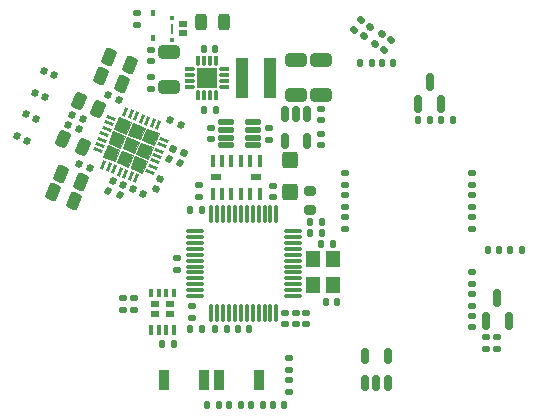
<source format=gtp>
G04 #@! TF.GenerationSoftware,KiCad,Pcbnew,(6.0.0)*
G04 #@! TF.CreationDate,2022-03-04T12:47:46+01:00*
G04 #@! TF.ProjectId,MiniAB-CAN-Board,4d696e69-4142-42d4-9341-4e2d426f6172,1*
G04 #@! TF.SameCoordinates,Original*
G04 #@! TF.FileFunction,Paste,Top*
G04 #@! TF.FilePolarity,Positive*
%FSLAX46Y46*%
G04 Gerber Fmt 4.6, Leading zero omitted, Abs format (unit mm)*
G04 Created by KiCad (PCBNEW (6.0.0)) date 2022-03-04 12:47:46*
%MOMM*%
%LPD*%
G01*
G04 APERTURE LIST*
G04 Aperture macros list*
%AMRoundRect*
0 Rectangle with rounded corners*
0 $1 Rounding radius*
0 $2 $3 $4 $5 $6 $7 $8 $9 X,Y pos of 4 corners*
0 Add a 4 corners polygon primitive as box body*
4,1,4,$2,$3,$4,$5,$6,$7,$8,$9,$2,$3,0*
0 Add four circle primitives for the rounded corners*
1,1,$1+$1,$2,$3*
1,1,$1+$1,$4,$5*
1,1,$1+$1,$6,$7*
1,1,$1+$1,$8,$9*
0 Add four rect primitives between the rounded corners*
20,1,$1+$1,$2,$3,$4,$5,0*
20,1,$1+$1,$4,$5,$6,$7,0*
20,1,$1+$1,$6,$7,$8,$9,0*
20,1,$1+$1,$8,$9,$2,$3,0*%
%AMRotRect*
0 Rectangle, with rotation*
0 The origin of the aperture is its center*
0 $1 length*
0 $2 width*
0 $3 Rotation angle, in degrees counterclockwise*
0 Add horizontal line*
21,1,$1,$2,0,0,$3*%
%AMFreePoly0*
4,1,44,0.261769,0.149538,0.273465,0.148153,0.285017,0.145855,0.296353,0.142658,0.307403,0.138582,0.318099,0.133651,0.328375,0.127896,0.338168,0.121353,0.347417,0.114061,0.356066,0.106066,0.364061,0.097417,0.371353,0.088168,0.377896,0.078375,0.383651,0.068099,0.388582,0.057403,0.392658,0.046353,0.395855,0.035017,0.398153,0.023465,0.399538,0.011769,0.400000,0.000000,
0.399538,-0.011769,0.398153,-0.023465,0.395855,-0.035017,0.392658,-0.046353,0.388582,-0.057403,0.383651,-0.068099,0.377896,-0.078375,0.371353,-0.088168,0.364061,-0.097417,0.356066,-0.106066,0.347417,-0.114061,0.338168,-0.121353,0.328375,-0.127896,0.318099,-0.133651,0.307403,-0.138582,0.296353,-0.142658,0.285017,-0.145855,0.273465,-0.148153,0.261769,-0.149538,0.250000,-0.150000,
-0.400000,-0.150000,-0.400000,0.150000,0.250000,0.150000,0.261769,0.149538,0.261769,0.149538,$1*%
%AMFreePoly1*
4,1,44,0.011769,0.399538,0.023465,0.398153,0.035017,0.395855,0.046353,0.392658,0.057403,0.388582,0.068099,0.383651,0.078375,0.377896,0.088168,0.371353,0.097417,0.364061,0.106066,0.356066,0.114061,0.347417,0.121353,0.338168,0.127896,0.328375,0.133651,0.318099,0.138582,0.307403,0.142658,0.296353,0.145855,0.285017,0.148153,0.273465,0.149538,0.261769,0.150000,0.250000,
0.150000,-0.400000,-0.150000,-0.400000,-0.150000,0.250000,-0.149538,0.261769,-0.148153,0.273465,-0.145855,0.285017,-0.142658,0.296353,-0.138582,0.307403,-0.133651,0.318099,-0.127896,0.328375,-0.121353,0.338168,-0.114061,0.347417,-0.106066,0.356066,-0.097417,0.364061,-0.088168,0.371353,-0.078375,0.377896,-0.068099,0.383651,-0.057403,0.388582,-0.046353,0.392658,-0.035017,0.395855,
-0.023465,0.398153,-0.011769,0.399538,0.000000,0.400000,0.011769,0.399538,0.011769,0.399538,$1*%
%AMFreePoly2*
4,1,44,0.400000,-0.150000,-0.250000,-0.150000,-0.261769,-0.149538,-0.273465,-0.148153,-0.285017,-0.145855,-0.296353,-0.142658,-0.307403,-0.138582,-0.318099,-0.133651,-0.328375,-0.127896,-0.338168,-0.121353,-0.347417,-0.114061,-0.356066,-0.106066,-0.364061,-0.097417,-0.371353,-0.088168,-0.377896,-0.078375,-0.383651,-0.068099,-0.388582,-0.057403,-0.392658,-0.046353,-0.395855,-0.035017,-0.398153,-0.023465,
-0.399538,-0.011769,-0.400000,0.000000,-0.399538,0.011769,-0.398153,0.023465,-0.395855,0.035017,-0.392658,0.046353,-0.388582,0.057403,-0.383651,0.068099,-0.377896,0.078375,-0.371353,0.088168,-0.364061,0.097417,-0.356066,0.106066,-0.347417,0.114061,-0.338168,0.121353,-0.328375,0.127896,-0.318099,0.133651,-0.307403,0.138582,-0.296353,0.142658,-0.285017,0.145855,-0.273465,0.148153,
-0.261769,0.149538,-0.250000,0.150000,0.400000,0.150000,0.400000,-0.150000,0.400000,-0.150000,$1*%
%AMFreePoly3*
4,1,44,0.150000,-0.250000,0.149538,-0.261769,0.148153,-0.273465,0.145855,-0.285017,0.142658,-0.296353,0.138582,-0.307403,0.133651,-0.318099,0.127896,-0.328375,0.121353,-0.338168,0.114061,-0.347417,0.106066,-0.356066,0.097417,-0.364061,0.088168,-0.371353,0.078375,-0.377896,0.068099,-0.383651,0.057403,-0.388582,0.046353,-0.392658,0.035017,-0.395855,0.023465,-0.398153,0.011769,-0.399538,
0.000000,-0.400000,-0.011769,-0.399538,-0.023465,-0.398153,-0.035017,-0.395855,-0.046353,-0.392658,-0.057403,-0.388582,-0.068099,-0.383651,-0.078375,-0.377896,-0.088168,-0.371353,-0.097417,-0.364061,-0.106066,-0.356066,-0.114061,-0.347417,-0.121353,-0.338168,-0.127896,-0.328375,-0.133651,-0.318099,-0.138582,-0.307403,-0.142658,-0.296353,-0.145855,-0.285017,-0.148153,-0.273465,-0.149538,-0.261769,
-0.150000,-0.250000,-0.150000,0.400000,0.150000,0.400000,0.150000,-0.250000,0.150000,-0.250000,$1*%
G04 Aperture macros list end*
%ADD10C,0.100000*%
%ADD11R,1.200000X1.400000*%
%ADD12RoundRect,0.140000X0.194399X0.103484X-0.064287X0.210635X-0.194399X-0.103484X0.064287X-0.210635X0*%
%ADD13RoundRect,0.250000X0.412745X0.343172X-0.049195X0.534514X-0.412745X-0.343172X0.049195X-0.534514X0*%
%ADD14RoundRect,0.135000X0.185000X-0.135000X0.185000X0.135000X-0.185000X0.135000X-0.185000X-0.135000X0*%
%ADD15RoundRect,0.140000X0.170000X-0.140000X0.170000X0.140000X-0.170000X0.140000X-0.170000X-0.140000X0*%
%ADD16RoundRect,0.135000X-0.185000X0.135000X-0.185000X-0.135000X0.185000X-0.135000X0.185000X0.135000X0*%
%ADD17RoundRect,0.135000X-0.135000X-0.185000X0.135000X-0.185000X0.135000X0.185000X-0.135000X0.185000X0*%
%ADD18RoundRect,0.135000X0.135000X0.185000X-0.135000X0.185000X-0.135000X-0.185000X0.135000X-0.185000X0*%
%ADD19RoundRect,0.150000X-0.150000X0.512500X-0.150000X-0.512500X0.150000X-0.512500X0.150000X0.512500X0*%
%ADD20RoundRect,0.135000X0.077881X-0.215371X0.228863X0.008469X-0.077881X0.215371X-0.228863X-0.008469X0*%
%ADD21RoundRect,0.140000X-0.170000X0.140000X-0.170000X-0.140000X0.170000X-0.140000X0.170000X0.140000X0*%
%ADD22RoundRect,0.135000X0.195520X0.119255X-0.053927X0.222580X-0.195520X-0.119255X0.053927X-0.222580X0*%
%ADD23FreePoly0,270.000000*%
%ADD24FreePoly1,270.000000*%
%ADD25FreePoly2,270.000000*%
%ADD26FreePoly3,270.000000*%
%ADD27R,1.700000X1.700000*%
%ADD28RoundRect,0.140000X0.140000X0.170000X-0.140000X0.170000X-0.140000X-0.170000X0.140000X-0.170000X0*%
%ADD29RoundRect,0.250000X0.425000X-0.450000X0.425000X0.450000X-0.425000X0.450000X-0.425000X-0.450000X0*%
%ADD30RoundRect,0.147500X-0.147500X-0.172500X0.147500X-0.172500X0.147500X0.172500X-0.147500X0.172500X0*%
%ADD31RoundRect,0.140000X-0.140000X-0.170000X0.140000X-0.170000X0.140000X0.170000X-0.140000X0.170000X0*%
%ADD32RoundRect,0.147500X0.060528X-0.218744X0.225490X0.025822X-0.060528X0.218744X-0.225490X-0.025822X0*%
%ADD33RoundRect,0.150000X0.150000X-0.512500X0.150000X0.512500X-0.150000X0.512500X-0.150000X-0.512500X0*%
%ADD34R,0.800000X0.600000*%
%ADD35R,0.300000X0.350000*%
%ADD36R,0.235000X0.870000*%
%ADD37RoundRect,0.075000X0.662500X0.075000X-0.662500X0.075000X-0.662500X-0.075000X0.662500X-0.075000X0*%
%ADD38RoundRect,0.075000X0.075000X0.662500X-0.075000X0.662500X-0.075000X-0.662500X0.075000X-0.662500X0*%
%ADD39RoundRect,0.147500X-0.202285X-0.102923X0.070259X-0.215815X0.202285X0.102923X-0.070259X0.215815X0*%
%ADD40R,0.900000X1.700000*%
%ADD41RoundRect,0.250000X-0.414726X-0.315291X0.070311X-0.516200X0.414726X0.315291X-0.070311X0.516200X0*%
%ADD42RotRect,0.254000X0.762000X157.500000*%
%ADD43RotRect,0.254000X0.762000X67.500000*%
%ADD44RoundRect,0.250000X0.650000X-0.325000X0.650000X0.325000X-0.650000X0.325000X-0.650000X-0.325000X0*%
%ADD45RoundRect,0.140000X-0.194399X-0.103484X0.064287X-0.210635X0.194399X0.103484X-0.064287X0.210635X0*%
%ADD46RoundRect,0.200000X0.275000X-0.200000X0.275000X0.200000X-0.275000X0.200000X-0.275000X-0.200000X0*%
%ADD47RoundRect,0.250000X-0.650000X0.325000X-0.650000X-0.325000X0.650000X-0.325000X0.650000X0.325000X0*%
%ADD48R,0.635000X0.510000*%
%ADD49R,0.300000X0.830000*%
%ADD50R,0.300000X0.750000*%
%ADD51RoundRect,0.140000X0.103484X-0.194399X0.210635X0.064287X-0.103484X0.194399X-0.210635X-0.064287X0*%
%ADD52R,0.980000X3.400000*%
%ADD53R,0.450000X0.600000*%
%ADD54RoundRect,0.147500X0.147500X0.172500X-0.147500X0.172500X-0.147500X-0.172500X0.147500X-0.172500X0*%
%ADD55RoundRect,0.147500X0.172500X-0.147500X0.172500X0.147500X-0.172500X0.147500X-0.172500X-0.147500X0*%
%ADD56R,0.449200X1.117800*%
%ADD57R,0.813000X0.500000*%
%ADD58RoundRect,0.243750X-0.243750X-0.456250X0.243750X-0.456250X0.243750X0.456250X-0.243750X0.456250X0*%
%ADD59RoundRect,0.147500X-0.060528X0.218744X-0.225490X-0.025822X0.060528X-0.218744X0.225490X0.025822X0*%
%ADD60RoundRect,0.150000X0.150000X-0.587500X0.150000X0.587500X-0.150000X0.587500X-0.150000X-0.587500X0*%
%ADD61RoundRect,0.125000X-0.537500X-0.125000X0.537500X-0.125000X0.537500X0.125000X-0.537500X0.125000X0*%
G04 APERTURE END LIST*
D10*
G04 #@! TO.C,U5*
X96267558Y-78987062D02*
X97256109Y-79396533D01*
X97256109Y-79396533D02*
X97665580Y-78407982D01*
X97665580Y-78407982D02*
X96677029Y-77998511D01*
X96677029Y-77998511D02*
X96267558Y-78987062D01*
G36*
X97665580Y-78407982D02*
G01*
X97256109Y-79396533D01*
X96267558Y-78987062D01*
X96677029Y-77998511D01*
X97665580Y-78407982D01*
G37*
X97665580Y-78407982D02*
X97256109Y-79396533D01*
X96267558Y-78987062D01*
X96677029Y-77998511D01*
X97665580Y-78407982D01*
X97926893Y-78299743D02*
X98915444Y-78709214D01*
X98915444Y-78709214D02*
X99324915Y-77720663D01*
X99324915Y-77720663D02*
X98336364Y-77311192D01*
X98336364Y-77311192D02*
X97926893Y-78299743D01*
G36*
X99324915Y-77720663D02*
G01*
X98915444Y-78709214D01*
X97926893Y-78299743D01*
X98336364Y-77311192D01*
X99324915Y-77720663D01*
G37*
X99324915Y-77720663D02*
X98915444Y-78709214D01*
X97926893Y-78299743D01*
X98336364Y-77311192D01*
X99324915Y-77720663D01*
X99100220Y-78785751D02*
X100088771Y-79195222D01*
X100088771Y-79195222D02*
X100498242Y-78206671D01*
X100498242Y-78206671D02*
X99509691Y-77797200D01*
X99509691Y-77797200D02*
X99100220Y-78785751D01*
G36*
X100498242Y-78206671D02*
G01*
X100088771Y-79195222D01*
X99100220Y-78785751D01*
X99509691Y-77797200D01*
X100498242Y-78206671D01*
G37*
X100498242Y-78206671D02*
X100088771Y-79195222D01*
X99100220Y-78785751D01*
X99509691Y-77797200D01*
X100498242Y-78206671D01*
X99586228Y-77612424D02*
X100574779Y-78021895D01*
X100574779Y-78021895D02*
X100984250Y-77033344D01*
X100984250Y-77033344D02*
X99995699Y-76623873D01*
X99995699Y-76623873D02*
X99586228Y-77612424D01*
G36*
X100984250Y-77033344D02*
G01*
X100574779Y-78021895D01*
X99586228Y-77612424D01*
X99995699Y-76623873D01*
X100984250Y-77033344D01*
G37*
X100984250Y-77033344D02*
X100574779Y-78021895D01*
X99586228Y-77612424D01*
X99995699Y-76623873D01*
X100984250Y-77033344D01*
X96753566Y-77813735D02*
X97742117Y-78223206D01*
X97742117Y-78223206D02*
X98151588Y-77234655D01*
X98151588Y-77234655D02*
X97163037Y-76825184D01*
X97163037Y-76825184D02*
X96753566Y-77813735D01*
G36*
X98151588Y-77234655D02*
G01*
X97742117Y-78223206D01*
X96753566Y-77813735D01*
X97163037Y-76825184D01*
X98151588Y-77234655D01*
G37*
X98151588Y-77234655D02*
X97742117Y-78223206D01*
X96753566Y-77813735D01*
X97163037Y-76825184D01*
X98151588Y-77234655D01*
X98614212Y-79959078D02*
X99602763Y-80368549D01*
X99602763Y-80368549D02*
X100012234Y-79379998D01*
X100012234Y-79379998D02*
X99023683Y-78970527D01*
X99023683Y-78970527D02*
X98614212Y-79959078D01*
G36*
X100012234Y-79379998D02*
G01*
X99602763Y-80368549D01*
X98614212Y-79959078D01*
X99023683Y-78970527D01*
X100012234Y-79379998D01*
G37*
X100012234Y-79379998D02*
X99602763Y-80368549D01*
X98614212Y-79959078D01*
X99023683Y-78970527D01*
X100012234Y-79379998D01*
X97239574Y-76640408D02*
X98228125Y-77049879D01*
X98228125Y-77049879D02*
X98637596Y-76061328D01*
X98637596Y-76061328D02*
X97649045Y-75651857D01*
X97649045Y-75651857D02*
X97239574Y-76640408D01*
G36*
X98637596Y-76061328D02*
G01*
X98228125Y-77049879D01*
X97239574Y-76640408D01*
X97649045Y-75651857D01*
X98637596Y-76061328D01*
G37*
X98637596Y-76061328D02*
X98228125Y-77049879D01*
X97239574Y-76640408D01*
X97649045Y-75651857D01*
X98637596Y-76061328D01*
X97440885Y-79473070D02*
X98429436Y-79882541D01*
X98429436Y-79882541D02*
X98838907Y-78893990D01*
X98838907Y-78893990D02*
X97850356Y-78484519D01*
X97850356Y-78484519D02*
X97440885Y-79473070D01*
G36*
X98838907Y-78893990D02*
G01*
X98429436Y-79882541D01*
X97440885Y-79473070D01*
X97850356Y-78484519D01*
X98838907Y-78893990D01*
G37*
X98838907Y-78893990D02*
X98429436Y-79882541D01*
X97440885Y-79473070D01*
X97850356Y-78484519D01*
X98838907Y-78893990D01*
X98412901Y-77126416D02*
X99401452Y-77535887D01*
X99401452Y-77535887D02*
X99810923Y-76547336D01*
X99810923Y-76547336D02*
X98822372Y-76137865D01*
X98822372Y-76137865D02*
X98412901Y-77126416D01*
G36*
X99810923Y-76547336D02*
G01*
X99401452Y-77535887D01*
X98412901Y-77126416D01*
X98822372Y-76137865D01*
X99810923Y-76547336D01*
G37*
X99810923Y-76547336D02*
X99401452Y-77535887D01*
X98412901Y-77126416D01*
X98822372Y-76137865D01*
X99810923Y-76547336D01*
G04 #@! TD*
D11*
G04 #@! TO.C,Y1*
X115750002Y-89899998D03*
X115750002Y-87699998D03*
X114050002Y-87699998D03*
X114050002Y-89899998D03*
G04 #@! TD*
D12*
G04 #@! TO.C,C35*
X94575986Y-75845594D03*
X93689062Y-75478218D03*
G04 #@! TD*
D13*
G04 #@! TO.C,C31*
X94455550Y-81153552D03*
X92700178Y-80426454D03*
G04 #@! TD*
D12*
G04 #@! TO.C,C41*
X90626485Y-75779125D03*
X89739561Y-75411749D03*
G04 #@! TD*
D14*
G04 #@! TO.C,R22*
X127500000Y-91610000D03*
X127500000Y-90590000D03*
G04 #@! TD*
D12*
G04 #@! TO.C,C36*
X91391843Y-73931364D03*
X90504919Y-73563988D03*
G04 #@! TD*
D15*
G04 #@! TO.C,C3*
X110700000Y-82400000D03*
X110700000Y-81440000D03*
G04 #@! TD*
D12*
G04 #@! TO.C,C45*
X89861113Y-77626885D03*
X88974189Y-77259509D03*
G04 #@! TD*
D14*
G04 #@! TO.C,R21*
X127500000Y-89750001D03*
X127500000Y-88730001D03*
G04 #@! TD*
D16*
G04 #@! TO.C,R25*
X102580000Y-87540000D03*
X102580000Y-88560000D03*
G04 #@! TD*
D17*
G04 #@! TO.C,R29*
X106915000Y-100040000D03*
X107935000Y-100040000D03*
G04 #@! TD*
D18*
G04 #@! TO.C,R5*
X125935000Y-75900000D03*
X124915000Y-75900000D03*
G04 #@! TD*
D19*
G04 #@! TO.C,U4*
X113549998Y-75362499D03*
X112599998Y-75362499D03*
X111649998Y-75362499D03*
X111649998Y-77637499D03*
X113549998Y-77637499D03*
G04 #@! TD*
D18*
G04 #@! TO.C,R20*
X106810000Y-93600000D03*
X105790000Y-93600000D03*
G04 #@! TD*
D20*
G04 #@! TO.C,R17*
X117539812Y-68272809D03*
X118110188Y-67427191D03*
G04 #@! TD*
D15*
G04 #@! TO.C,C18*
X114700000Y-78030000D03*
X114700000Y-77070000D03*
G04 #@! TD*
D21*
G04 #@! TO.C,C6*
X113490000Y-92190001D03*
X113490000Y-93150001D03*
G04 #@! TD*
D22*
G04 #@! TO.C,R23*
X97682516Y-82273725D03*
X96740158Y-81883387D03*
G04 #@! TD*
D23*
G04 #@! TO.C,U6*
X105835000Y-70857500D03*
X105335000Y-70857500D03*
X104835000Y-70857500D03*
X104335000Y-70857500D03*
D24*
X103635000Y-71557500D03*
X103635000Y-72057500D03*
X103635000Y-72557500D03*
X103635000Y-73057500D03*
D25*
X104335000Y-73757500D03*
X104835000Y-73757500D03*
X105335000Y-73757500D03*
X105835000Y-73757500D03*
D26*
X106535000Y-73057500D03*
X106535000Y-72557500D03*
X106535000Y-72057500D03*
X106535000Y-71557500D03*
D27*
X105085000Y-72307500D03*
G04 #@! TD*
D18*
G04 #@! TO.C,R4*
X109810000Y-100040000D03*
X108790000Y-100040000D03*
G04 #@! TD*
D28*
G04 #@! TO.C,C7*
X106055000Y-100040000D03*
X105095000Y-100040000D03*
G04 #@! TD*
D29*
G04 #@! TO.C,C1*
X112150000Y-82000000D03*
X112150000Y-79300000D03*
G04 #@! TD*
D30*
G04 #@! TO.C,D7*
X107665000Y-93600000D03*
X108635000Y-93600000D03*
G04 #@! TD*
D31*
G04 #@! TO.C,C2*
X115170000Y-91300000D03*
X116130000Y-91300000D03*
G04 #@! TD*
D17*
G04 #@! TO.C,R9*
X103640000Y-93600000D03*
X104660000Y-93600000D03*
G04 #@! TD*
D13*
G04 #@! TO.C,C29*
X98550266Y-71268040D03*
X96794894Y-70540942D03*
G04 #@! TD*
D32*
G04 #@! TO.C,D6*
X118341376Y-68783316D03*
X118883794Y-67979150D03*
G04 #@! TD*
D28*
G04 #@! TO.C,C5*
X115730001Y-86399999D03*
X114770001Y-86399999D03*
G04 #@! TD*
D13*
G04 #@! TO.C,C43*
X93804988Y-82724149D03*
X92049616Y-81997051D03*
G04 #@! TD*
D33*
G04 #@! TO.C,U3*
X118470000Y-98127500D03*
X119420000Y-98127500D03*
X120370000Y-98127500D03*
X120370000Y-95852500D03*
X118470000Y-95852500D03*
G04 #@! TD*
D34*
G04 #@! TO.C,Q4*
X103075000Y-67800000D03*
X103075000Y-68500000D03*
D35*
X102100000Y-67225000D03*
X102100000Y-69075000D03*
D36*
X102100000Y-68190000D03*
G04 #@! TD*
D21*
G04 #@! TO.C,C23*
X127500000Y-92460000D03*
X127500000Y-93420000D03*
G04 #@! TD*
D37*
G04 #@! TO.C,U2*
X112362500Y-90800000D03*
X112362500Y-90300000D03*
X112362500Y-89800000D03*
X112362500Y-89300000D03*
X112362500Y-88800000D03*
X112362500Y-88300000D03*
X112362500Y-87800000D03*
X112362500Y-87300000D03*
X112362500Y-86800000D03*
X112362500Y-86300000D03*
X112362500Y-85800000D03*
X112362500Y-85300000D03*
D38*
X110950000Y-83887500D03*
X110450000Y-83887500D03*
X109950000Y-83887500D03*
X109450000Y-83887500D03*
X108950000Y-83887500D03*
X108450000Y-83887500D03*
X107950000Y-83887500D03*
X107450000Y-83887500D03*
X106950000Y-83887500D03*
X106450000Y-83887500D03*
X105950000Y-83887500D03*
X105450000Y-83887500D03*
D37*
X104037500Y-85300000D03*
X104037500Y-85800000D03*
X104037500Y-86300000D03*
X104037500Y-86800000D03*
X104037500Y-87300000D03*
X104037500Y-87800000D03*
X104037500Y-88300000D03*
X104037500Y-88800000D03*
X104037500Y-89300000D03*
X104037500Y-89800000D03*
X104037500Y-90300000D03*
X104037500Y-90800000D03*
D38*
X105450000Y-92212500D03*
X105950000Y-92212500D03*
X106450000Y-92212500D03*
X106950000Y-92212500D03*
X107450000Y-92212500D03*
X107950000Y-92212500D03*
X108450000Y-92212500D03*
X108950000Y-92212500D03*
X109450000Y-92212500D03*
X109950000Y-92212500D03*
X110450000Y-92212500D03*
X110950000Y-92212500D03*
G04 #@! TD*
D16*
G04 #@! TO.C,R10*
X97990000Y-90970000D03*
X97990000Y-91990000D03*
G04 #@! TD*
D21*
G04 #@! TO.C,C11*
X112590000Y-92190000D03*
X112590000Y-93150000D03*
G04 #@! TD*
D14*
G04 #@! TO.C,R14*
X116800000Y-81410000D03*
X116800000Y-80390000D03*
G04 #@! TD*
D21*
G04 #@! TO.C,C9*
X103800000Y-91670000D03*
X103800000Y-92630000D03*
G04 #@! TD*
D22*
G04 #@! TO.C,R24*
X102788714Y-79553219D03*
X101846356Y-79162881D03*
G04 #@! TD*
D39*
G04 #@! TO.C,D9*
X102219453Y-78322445D03*
X103115617Y-78693647D03*
G04 #@! TD*
D40*
G04 #@! TO.C,SW1*
X101400000Y-97890000D03*
X104800000Y-97890000D03*
G04 #@! TD*
D31*
G04 #@! TO.C,C13*
X113820000Y-84550000D03*
X114780000Y-84550000D03*
G04 #@! TD*
D41*
G04 #@! TO.C,R30*
X92863325Y-77517451D03*
X94549405Y-78215849D03*
G04 #@! TD*
D42*
G04 #@! TO.C,U5*
X96311809Y-79677232D03*
X96773748Y-79868574D03*
X97235690Y-80059916D03*
X97697629Y-80251258D03*
X98159568Y-80442599D03*
X98621509Y-80633941D03*
X99083448Y-80825283D03*
D43*
X100292933Y-80324298D03*
X100484275Y-79862359D03*
X100675617Y-79400417D03*
X100866959Y-78938478D03*
X101058300Y-78476539D03*
X101249642Y-78014598D03*
X101440984Y-77552659D03*
D42*
X100939999Y-76343174D03*
X100478060Y-76151832D03*
X100016118Y-75960490D03*
X99554179Y-75769148D03*
X99092240Y-75577807D03*
X98630299Y-75386465D03*
X98168360Y-75195123D03*
D43*
X96958875Y-75696108D03*
X96767533Y-76158047D03*
X96576191Y-76619989D03*
X96384849Y-77081928D03*
X96193508Y-77543867D03*
X96002166Y-78005808D03*
X95810824Y-78467747D03*
G04 #@! TD*
D14*
G04 #@! TO.C,R27*
X110369999Y-77560001D03*
X110369999Y-76540001D03*
G04 #@! TD*
D44*
G04 #@! TO.C,C30*
X114700000Y-73775000D03*
X114700000Y-70825000D03*
G04 #@! TD*
D16*
G04 #@! TO.C,R15*
X116800000Y-82240000D03*
X116800000Y-83260000D03*
G04 #@! TD*
G04 #@! TO.C,R12*
X112060000Y-97920000D03*
X112060000Y-98940000D03*
G04 #@! TD*
G04 #@! TO.C,R13*
X100310000Y-72240000D03*
X100310000Y-73260000D03*
G04 #@! TD*
D17*
G04 #@! TO.C,R7*
X118025000Y-71075000D03*
X119045000Y-71075000D03*
G04 #@! TD*
D18*
G04 #@! TO.C,R3*
X131727500Y-86900000D03*
X130707500Y-86900000D03*
G04 #@! TD*
D17*
G04 #@! TO.C,R8*
X101240000Y-94850000D03*
X102260000Y-94850000D03*
G04 #@! TD*
D13*
G04 #@! TO.C,C25*
X97880566Y-72884829D03*
X96125194Y-72157731D03*
G04 #@! TD*
D28*
G04 #@! TO.C,C22*
X105820000Y-75010000D03*
X104860000Y-75010000D03*
G04 #@! TD*
D21*
G04 #@! TO.C,C15*
X114699999Y-74970001D03*
X114699999Y-75930001D03*
G04 #@! TD*
D28*
G04 #@! TO.C,C14*
X111620000Y-100010000D03*
X110660000Y-100010000D03*
G04 #@! TD*
D21*
G04 #@! TO.C,C40*
X105429999Y-76570000D03*
X105429999Y-77530000D03*
G04 #@! TD*
G04 #@! TO.C,C17*
X116800000Y-84120000D03*
X116800000Y-85080000D03*
G04 #@! TD*
G04 #@! TO.C,C10*
X111700001Y-92199999D03*
X111700001Y-93159999D03*
G04 #@! TD*
D28*
G04 #@! TO.C,C8*
X104620001Y-83500000D03*
X103660001Y-83500000D03*
G04 #@! TD*
D45*
G04 #@! TO.C,C26*
X97112291Y-81063378D03*
X97999215Y-81430754D03*
G04 #@! TD*
G04 #@! TO.C,C47*
X101981538Y-75916312D03*
X102868462Y-76283688D03*
G04 #@! TD*
D18*
G04 #@! TO.C,R6*
X123985000Y-75900000D03*
X122965000Y-75900000D03*
G04 #@! TD*
D12*
G04 #@! TO.C,C38*
X95138469Y-79975197D03*
X94251545Y-79607821D03*
G04 #@! TD*
D46*
G04 #@! TO.C,FB2*
X113800000Y-83525000D03*
X113800000Y-81875000D03*
G04 #@! TD*
D47*
G04 #@! TO.C,C20*
X101860000Y-70125000D03*
X101860000Y-73075000D03*
G04 #@! TD*
D45*
G04 #@! TO.C,C27*
X98775274Y-81752207D03*
X99662198Y-82119583D03*
G04 #@! TD*
D14*
G04 #@! TO.C,R1*
X129660000Y-95290000D03*
X129660000Y-94270000D03*
G04 #@! TD*
D48*
G04 #@! TO.C,Q3*
X100674000Y-91455000D03*
D49*
X100975000Y-93635000D03*
D48*
X101926000Y-91455000D03*
D49*
X100325000Y-93635000D03*
D50*
X100975000Y-90525000D03*
D49*
X101625000Y-93635000D03*
D48*
X101926000Y-92315000D03*
D50*
X101625000Y-90525000D03*
X100325000Y-90525000D03*
X102275000Y-90525000D03*
D49*
X102275000Y-93635000D03*
D48*
X100674000Y-92315000D03*
G04 #@! TD*
D51*
G04 #@! TO.C,C28*
X100760638Y-81741131D03*
X101128014Y-80854207D03*
G04 #@! TD*
D52*
G04 #@! TO.C,L1*
X108050000Y-72300000D03*
X110420000Y-72300000D03*
G04 #@! TD*
D14*
G04 #@! TO.C,R18*
X127550000Y-81429999D03*
X127550000Y-80409999D03*
G04 #@! TD*
D53*
G04 #@! TO.C,D8*
X100550000Y-68950000D03*
X100550000Y-66850000D03*
G04 #@! TD*
D54*
G04 #@! TO.C,D2*
X120870001Y-71075000D03*
X119900001Y-71075000D03*
G04 #@! TD*
D16*
G04 #@! TO.C,R2*
X128710000Y-94270000D03*
X128710000Y-95290000D03*
G04 #@! TD*
D21*
G04 #@! TO.C,C19*
X127550000Y-84140000D03*
X127550000Y-85100000D03*
G04 #@! TD*
D55*
G04 #@! TO.C,D4*
X100300000Y-70915000D03*
X100300000Y-69945000D03*
G04 #@! TD*
D44*
G04 #@! TO.C,C24*
X112650000Y-73775000D03*
X112650000Y-70825000D03*
G04 #@! TD*
D56*
G04 #@! TO.C,U1*
X105549999Y-82124101D03*
X106350000Y-82124101D03*
X107150001Y-82124101D03*
X107949999Y-82124101D03*
X108750000Y-82124101D03*
X109549999Y-82124101D03*
D57*
X109268498Y-80753200D03*
D56*
X109550001Y-79382299D03*
X108750000Y-79382299D03*
X107949999Y-79382299D03*
X107150001Y-79382299D03*
X106350000Y-79382299D03*
X105550001Y-79382299D03*
D57*
X105831502Y-80753200D03*
G04 #@! TD*
D30*
G04 #@! TO.C,D1*
X128865000Y-86900000D03*
X129835000Y-86900000D03*
G04 #@! TD*
D14*
G04 #@! TO.C,R31*
X99150000Y-67860000D03*
X99150000Y-66840000D03*
G04 #@! TD*
D31*
G04 #@! TO.C,C21*
X104820000Y-69850000D03*
X105780000Y-69850000D03*
G04 #@! TD*
D16*
G04 #@! TO.C,R19*
X127550000Y-82260000D03*
X127550000Y-83280000D03*
G04 #@! TD*
D55*
G04 #@! TO.C,D3*
X98930000Y-91965000D03*
X98930000Y-90995000D03*
G04 #@! TD*
D31*
G04 #@! TO.C,C12*
X113820000Y-85450000D03*
X114780000Y-85450000D03*
G04 #@! TD*
D58*
G04 #@! TO.C,F1*
X104612500Y-67600000D03*
X106487500Y-67600000D03*
G04 #@! TD*
D12*
G04 #@! TO.C,C46*
X94231570Y-76677085D03*
X93344646Y-76309709D03*
G04 #@! TD*
D59*
G04 #@! TO.C,D5*
X119858623Y-68641682D03*
X119316205Y-69445848D03*
G04 #@! TD*
D60*
G04 #@! TO.C,Q2*
X122975000Y-74537500D03*
X124875000Y-74537500D03*
X123925000Y-72662500D03*
G04 #@! TD*
D12*
G04 #@! TO.C,C37*
X92157215Y-72083606D03*
X91270291Y-71716230D03*
G04 #@! TD*
D60*
G04 #@! TO.C,Q1*
X128710000Y-92867500D03*
X130610000Y-92867500D03*
X129660000Y-90992500D03*
G04 #@! TD*
D20*
G04 #@! TO.C,R16*
X120089812Y-69997809D03*
X120660188Y-69152191D03*
G04 #@! TD*
D15*
G04 #@! TO.C,C4*
X104400000Y-82380000D03*
X104400000Y-81420000D03*
G04 #@! TD*
D61*
G04 #@! TO.C,U8*
X106712500Y-76075000D03*
X106712500Y-76725000D03*
X106712500Y-77375000D03*
X106712500Y-78025000D03*
X108987500Y-78025000D03*
X108987500Y-77375000D03*
X108987500Y-76725000D03*
X108987500Y-76075000D03*
G04 #@! TD*
D41*
G04 #@! TO.C,R28*
X94202715Y-74283874D03*
X95888795Y-74982272D03*
G04 #@! TD*
D40*
G04 #@! TO.C,SW2*
X106100000Y-97890000D03*
X109500000Y-97890000D03*
G04 #@! TD*
D12*
G04 #@! TO.C,C34*
X97595565Y-74173890D03*
X96708641Y-73806514D03*
G04 #@! TD*
D16*
G04 #@! TO.C,R11*
X112060000Y-96070000D03*
X112060000Y-97090000D03*
G04 #@! TD*
M02*

</source>
